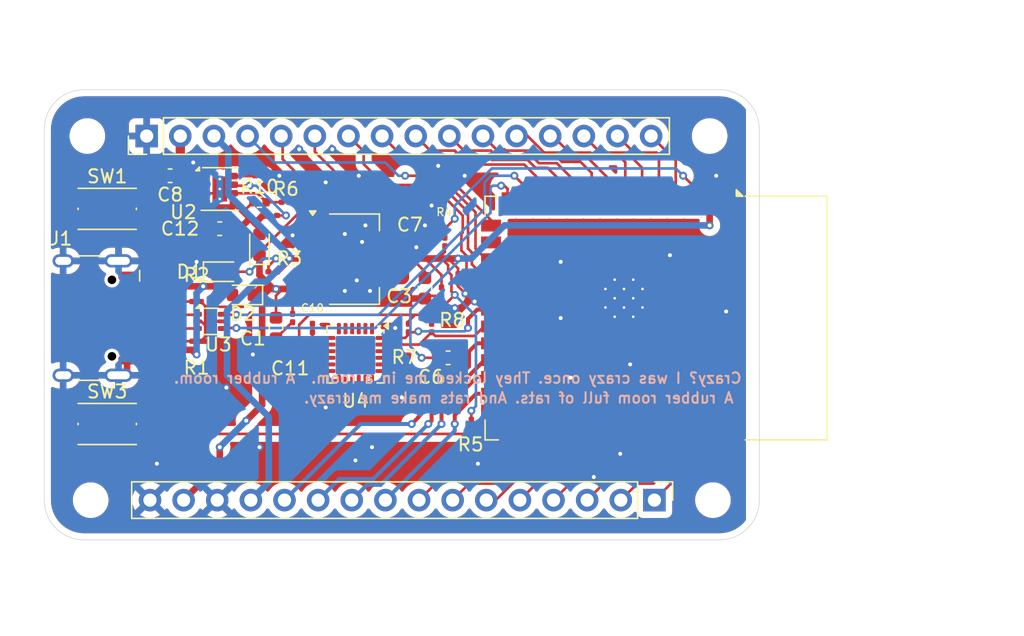
<source format=kicad_pcb>
(kicad_pcb (version 20241229) (generator "pcbnew") (generator_version "9.0")
  (layers (0 "F.Cu" signal) (2 "B.Cu" signal) (13 "F.Paste" user) (15 "B.Paste" user) (5 "F.SilkS" user "F.Silkscreen") (7 "B.SilkS" user "B.Silkscreen") (1 "F.Mask" user) (3 "B.Mask" user) (25 "Edge.Cuts" user))
  (net 0 "")
  (net 1 "GND")
  (net 2 "5v-Ext")
  (net 3 "+3V3")
  (net 4 "CHIP_PU")
  (net 5 "GPIO0")
  (net 6 "Net-(D1-A)")
  (net 7 "Net-(D2-A)")
  (net 8 "Net-(J1-D--PadA7)")
  (net 9 "Net-(J1-D+-PadA6)")
  (net 10 "Net-(J1-CC2)")
  (net 11 "Net-(J1-CC1)")
  (net 12 "IO9")
  (net 13 "TXD0")
  (net 14 "RXD0")
  (net 15 "IO7")
  (net 16 "IO8")
  (net 17 "IO10")
  (net 18 "SDA")
  (net 19 "SCL")
  (net 24 "D+")
  (net 25 "IO11")
  (net 28 "IO16")
  (net 29 "IO15")
  (net 30 "D-")
  (net 50 "IO6")
  (net 51 "IO4")
  (net 52 "IO18")
  (net 53 "IO17")
  (net 54 "IO5")
  (net 55 "IO3")
  (net 56 "IO1")
  (net 57 "IO2")
  (net 58 "IO37")
  (net 59 "IO21")
  (net 60 "IO14")
  (net 61 "IO38")
  (net 62 "IO36")
  (net 63 "IO35")
  (net 64 "IO48")
  (net 65 "IO47")
  (net 66 "15v-Ext")
  (net 67 "Net-(U2-FB)")
  (net 68 "Net-(U2-PG)")
  (net 69 "Net-(U2-SS{slash}TR)")
  (net 70 "Net-(D3-A)")
  (footprint "Diode_SMD:D_0603_1608Metric" (layer "F.Cu") (at 102.25 116.7125 90)
    (property "Reference" "D3" (hide yes))
    (property "Value" "D_Schottky")
  )
  (footprint "Package_LGA:Texas_SIL0008D_MicroSiP-8-1EP_2.8x3mm_P0.65mm_EP1.1x1.9mm_ThermalVias" (layer "F.Cu") (at 99.25 112.5)
    (property "Reference" "U2")
    (property "Value" "TPS82130")
  )
  (footprint "Connector_PinHeader_2.54mm:PinHeader_1x16_P2.54mm_Vertical" (layer "F.Cu") (at 132.08 136 -90)
    (property "Reference" "J3" (hide yes))
    (property "Value" "Conn_01x16")
  )
  (footprint "Capacitor_SMD:C_0603_1608Metric" (layer "F.Cu") (at 99.25 115.5 180)
    (property "Reference" "C12")
    (property "Value" "22uf")
  )
  (footprint "Capacitor_SMD:C_0201_0603Metric" (layer "F.Cu") (at 117.25 119.25 -90)
    (property "Reference" "C5" (hide yes))
    (property "Value" "0u1f")
  )
  (footprint "Button_Switch_SMD:SW_Push_1P1T_NO_CK_KMR2" (layer "F.Cu") (at 90.75 114)
    (property "Reference" "SW1")
    (property "Value" "SW_Push")
  )
  (footprint "Capacitor_SMD:C_0603_1608Metric" (layer "F.Cu") (at 103.5 123 -90)
    (property "Reference" "C1")
    (property "Value" "10uf")
  )
  (footprint "Capacitor_SMD:C_0603_1608Metric" (layer "F.Cu") (at 95.5 111.5 180)
    (property "Reference" "C8")
    (property "Value" "10uf")
  )
  (footprint "Connector_PinHeader_2.54mm:PinHeader_1x16_P2.54mm_Vertical" (layer "F.Cu") (at 93.73 108.5 90)
    (property "Reference" "J2" (hide yes))
    (property "Value" "Conn_01x16")
  )
  (footprint "Resistor_SMD:R_0201_0603Metric" (layer "F.Cu") (at 116.25 116.5 90)
    (property "Reference" "R4")
    (property "Value" "10k")
  )
  (footprint "Capacitor_SMD:C_0603_1608Metric" (layer "F.Cu") (at 114.75 120 -90)
    (property "Reference" "C4" (hide yes))
    (property "Value" "10uf")
  )
  (footprint "Resistor_SMD:R_0201_0603Metric" (layer "F.Cu") (at 103.25 118.75 180)
    (property "Reference" "R3")
    (property "Value" "5.1k")
  )
  (footprint "Capacitor_SMD:C_0201_0603Metric" (layer "F.Cu") (at 104.75 122.25 -90)
    (property "Reference" "C2" (hide yes))
    (property "Value" "0u1f")
  )
  (footprint "RF_Module:ESP32-S3-WROOM-1" (layer "F.Cu") (at 132.24 122.25 -90)
    (property "Reference" "U1" (hide yes))
    (property "Value" "ESP32-S3-WROOM-1")
  )
  (footprint "Capacitor_SMD:C_0201_0603Metric" (layer "F.Cu") (at 106.25 123 90)
    (property "Reference" "C10")
    (property "Value" "0u1f")
  )
  (footprint "Resistor_SMD:R_0201_0603Metric" (layer "F.Cu") (at 113.5 123 -90)
    (property "Reference" "R7")
    (property "Value" "4.7k")
  )
  (footprint "Resistor_SMD:R_0201_0603Metric" (layer "F.Cu") (at 104.25 113.5)
    (property "Reference" "R6")
    (property "Value" "100k")
  )
  (footprint "Resistor_SMD:R_0201_0603Metric" (layer "F.Cu") (at 97.5 124)
    (property "Reference" "R1")
    (property "Value" "5k1")
  )
  (footprint "Package_TO_SOT_SMD:SOT-666" (layer "F.Cu") (at 98.5 122.5)
    (property "Reference" "U3")
    (property "Value" "USBLC6-2P6" (hide yes))
  )
  (footprint "Resistor_SMD:R_0201_0603Metric" (layer "F.Cu") (at 97.5 121)
    (property "Reference" "R2")
    (property "Value" "5k1")
  )
  (footprint "Package_TO_SOT_SMD:SOT-223-3_TabPin2" (layer "F.Cu") (at 109.4 117.8)
    (property "Reference" "U5" (hide yes))
    (property "Value" "TLV76133DCY")
  )
  (footprint "MountingHole:MountingHole_2.2mm_M2" (layer "F.Cu") (at 89.25 108.5)
    (property "Reference" "H4" (hide yes))
    (property "Value" "MountingHole")
  )
  (footprint "Connector_USB:USB_C_Receptacle_HCTL_HC-TYPE-C-16P-01A" (layer "F.Cu") (at 88.5 122.25 -90)
    (property "Reference" "J1")
    (property "Value" "USB_C_Receptacle_USB2.0_14P")
  )
  (footprint "Sensor_Motion:InvenSense_QFN-24_4x4mm_P0.5mm" (layer "F.Cu") (at 109.5 125 -90)
    (property "Reference" "U4")
    (property "Value" "MPU-6050")
  )
  (footprint "Resistor_SMD:R_0402_1005Metric" (layer "F.Cu") (at 102.25 113.5)
    (property "Reference" "R10")
    (property "Value" "523k")
  )
  (footprint "Button_Switch_SMD:SW_Push_1P1T_NO_CK_KMR2" (layer "F.Cu") (at 90.75 130.25)
    (property "Reference" "SW3")
    (property "Value" "SW_Push")
  )
  (footprint "MountingHole:MountingHole_2.2mm_M2" (layer "F.Cu") (at 89.5 136)
    (property "Reference" "H2" (hide yes))
    (property "Value" "MountingHole")
  )
  (footprint "MountingHole:MountingHole_2.2mm_M2" (layer "F.Cu") (at 136.25 108.5)
    (property "Reference" "H3" (hide yes))
    (property "Value" "MountingHole")
  )
  (footprint "Capacitor_SMD:C_0201_0603Metric" (layer "F.Cu") (at 116 120.25 -90)
    (property "Reference" "C3")
    (property "Value" "0u1f")
  )
  (footprint "Capacitor_SMD:C_0603_1608Metric" (layer "F.Cu") (at 116.5 125.25)
    (property "Reference" "C6")
    (property "Value" "10uf")
  )
  (footprint "Resistor_SMD:R_0201_0603Metric" (layer "F.Cu") (at 118.25 130.25 -90)
    (property "Reference" "R5")
    (property "Value" "10k")
  )
  (footprint "Diode_SMD:D_0603_1608Metric" (layer "F.Cu") (at 101 120.5 180)
    (property "Reference" "D2")
    (property "Value" "D_Schottky")
  )
  (footprint "Capacitor_SMD:C_0201_0603Metric" (layer "F.Cu") (at 104.57 125 180)
    (property "Reference" "C11")
    (property "Value" "10nf")
  )
  (footprint "Capacitor_SMD:C_0201_0603Metric" (layer "F.Cu") (at 102.25 111.5)
    (property "Reference" "C9" (hide yes))
    (property "Value" "3.3nf")
  )
  (footprint "LED_SMD:LED_0603_1608Metric" (layer "F.Cu") (at 99.5 118.75)
    (property "Reference" "D1")
    (property "Value" "LED")
  )
  (footprint "Resistor_SMD:R_0201_0603Metric" (layer "F.Cu") (at 103.25 114.5)
    (property "Reference" "R9" (hide yes))
    (property "Value" "100k")
  )
  (footprint "Resistor_SMD:R_0201_0603Metric" (layer "F.Cu") (at 115.25 123 -90)
    (property "Reference" "R8")
    (property "Value" "4.7k")
  )
  (footprint "MountingHole:MountingHole_2.2mm_M2" (layer "F.Cu") (at 136.5 136)
    (property "Reference" "H1" (hide yes))
    (property "Value" "MountingHole")
  )
  (footprint "Capacitor_SMD:C_0201_0603Metric" (layer "F.Cu") (at 114.75 116.5 -90)
    (property "Reference" "C7")
    (property "Value" "1uf")
  )
  (gr_arc (start 89 139) (mid 86.87868 138.12132) (end 86 136) (stroke (width 0.05)) (layer "Edge.Cuts"))
  (gr_line (start 89 105) (end 137 105) (stroke (width 0.05)) (layer "Edge.Cuts"))
  (gr_arc (start 137 105) (mid 139.12132 105.87868) (end 140 108) (stroke (width 0.05)) (layer "Edge.Cuts"))
  (gr_arc (start 86 108) (mid 86.87868 105.87868) (end 89 105) (stroke (width 0.05)) (layer "Edge.Cuts"))
  (gr_line (start 86 136) (end 86 108) (stroke (width 0.05)) (layer "Edge.Cuts"))
  (gr_line (start 140 108) (end 140 136) (stroke (width 0.05)) (layer "Edge.Cuts"))
  (gr_line (start 137 139) (end 89 139) (stroke (width 0.05)) (layer "Edge.Cuts"))
  (gr_arc (start 140 136) (mid 139.12132 138.12132) (end 137 139) (stroke (width 0.05)) (layer "Edge.Cuts"))
  (gr_text "Crazy? I was crazy once. They locked me in a room.  A rubber room." (at 138.75 127.25 0) (layer "B.SilkS") (effects (font (size 0.8 0.8) (thickness 0.15) (bold yes)) (justify left bottom mirror)))
  (gr_text " A rubber room full of rats. And rats make me crazy." (at 138.75 128.75 0) (layer "B.SilkS") (effects (font (size 0.8 0.8) (thickness 0.15) (bold yes)) (justify left bottom mirror)))
  (segment (start 104.705 122.57) (end 103.5 123.775) (width 0.2) (layer "F.Cu") (net 1))
  (segment (start 105 113.5) (end 105.5 113) (width 0.2) (layer "F.Cu") (net 1))
  (segment (start 117.25 119.57) (end 117.25 119.85) (width 0.2) (layer "F.Cu") (net 1))
  (segment (start 98.925 112.825) (end 99.25 112.5) (width 0.2) (layer "F.Cu") (net 1))
  (segment (start 117.25 119.85) (end 117.8 120.4) (width 0.2) (layer "F.Cu") (net 1))
  (segment (start 116 120.57) (end 114.955 120.57) (width 0.2) (layer "F.Cu") (net 1))
  (segment (start 97.852648 122.5) (end 98.151 122.798352) (width 0.2) (layer "F.Cu") (net 1))
  (segment (start 97.82 121) (end 98.151 121.331) (width 0.2) (layer "F.Cu") (net 1))
  (segment (start 98.151 121.331) (end 98.151 122.798352) (width 0.2) (layer "F.Cu") (net 1))
  (segment (start 114.18 116.82) (end 114.1 116.9) (width 0.2) (layer "F.Cu") (net 1))
  (segment (start 114.955 120.57) (end 114.75 120.775) (width 0.2) (layer "F.Cu") (net 1))
  (segment (start 110.75 126.95) (end 110.75 128.25) (width 0.2) (layer "F.Cu") (net 1))
  (segment (start 98.151 122.798352) (end 98.151 123.669) (width 0.2) (layer "F.Cu") (net 1))
  (segment (start 98.1875 112.825) (end 98.925 112.825) (width 0.2) (layer "F.Cu") (net 1))
  (segment (start 117.275 125.25) (end 117.275 125.475) (width 0.2) (layer "F.Cu") (net 1))
  (segment (start 98.1875 112.825) (end 97.175 112.825) (width 0.2) (layer "F.Cu") (net 1))
  (segment (start 114.75 116.82) (end 114.18 116.82) (width 0.2) (layer "F.Cu") (net 1))
  (segment (start 98.151 123.669) (end 97.82 124) (width 0.2) (layer "F.Cu") (net 1))
  (segment (start 117.275 125.475) (end 116.25 126.5) (width 0.2) (layer "F.Cu") (net 1))
  (segment (start 97.575 122.5) (end 97.852648 122.5) (width 0.2) (layer "F.Cu") (net 1))
  (segment (start 104.57 113.5) (end 105 113.5) (width 0.2) (layer "F.Cu") (net 1))
  (segment (start 104.75 122.57) (end 104.705 122.57) (width 0.2) (layer "F.Cu") (net 1))
  (segment (start 97.175 112.825) (end 96.75 113.25) (width 0.2) (layer "F.Cu") (net 1))
  (via (at 109.5 133) (size 0.6) (drill 0.3) (layers "F.Cu" "B.Cu") (net 1))
  (via (at 109.6 119.4) (size 0.6) (drill 0.3) (layers "F.Cu" "B.Cu") (net 1))
  (via (at 137.5 121.75) (size 0.6) (drill 0.3) (layers "F.Cu" "B.Cu") (net 1))
  (via (at 108.7 115.9) (size 0.6) (drill 0.3) (layers "F.Cu" "B.Cu") (net 1))
  (via (at 118.5 121) (size 0.6) (drill 0.3) (layers "F.Cu" "B.Cu") (net 1))
  (via (at 109.75 111.5) (size 0.6) (drill 0.3) (layers "F.Cu" "B.Cu") (net 1))
  (via (at 114.75 115.25) (size 0.6) (drill 0.3) (layers "F.Cu" "B.Cu") (net 1))
  (via (at 115.25 113.75) (size 0.6) (drill 0.3) (layers "F.Cu" "B.Cu") (net 1))
  (via (at 104.75 116) (size 0.6) (drill 0.3) (layers "F.Cu" "B.Cu") (net 1))
  (via (at 130.25 125.75) (size 0.6) (drill 0.3) (layers "F.Cu" "B.Cu") (net 1))
  (via (at 125 122.25) (size 0.6) (drill 0.3) (layers "F.Cu" "B.Cu") (net 1))
  (via (at 110.75 132) (size 0.6) (drill 0.3) (layers "F.Cu" "B.Cu") (net 1))
  (via (at 114.1 116.9) (size 0.6) (drill 0.3) (layers "F.Cu" "B.Cu") (net 1))
  (via (at 125 118) (size 0.6) (drill 0.3) (layers "F.Cu" "B.Cu") (net 1))
  (via (at 110.25 115.25) (size 0.6) (drill 0.3) (layers "F.Cu" "B.Cu") (net 1))
  (via (at 102.25 132) (size 0.6) (drill 0.3) (layers "F.Cu" "B.Cu") (net 1))
  (via (at 108.7 120.2) (size 0.6) (drill 0.3) (layers "F.Cu" "B.Cu") (net 1))
  (via (at 94.5 133.25) (size 0.6) (drill 0.3) (layers "F.Cu" "B.Cu") (net 1))
  (via (at 129.5 132.5) (size 0.6) (drill 0.3) (layers "F.Cu" "B.Cu") (net 1))
  (via (at 115.75 110.75) (size 0.6) (drill 0.3) (layers "F.Cu" "B.Cu") (net 1))
  (via (at 117 121.5) (size 0.6) (drill 0.3) (layers "F.Cu" "B.Cu") (net 1))
  (via (at 125.75 126.75) (size 0.6) (drill 0.3) (layers "F.Cu" "B.Cu") (net 1))
  (via (at 101.75 125) (size 0.6) (drill 0.3) (layers "F.Cu" "B.Cu") (net 1))
  (via (at 97.5 118) (size 0.6) (drill 0.3) (layers "F.Cu" "B.Cu") (net 1))
  (via (at 133.25 117.5) (size 0.6) (drill 0.3) (layers "F.Cu" "B.Cu") (net 1))
  (via (at 105.25 109.5) (size 0.6) (drill 0.3) (layers "F.Cu" "B.Cu") (net 1))
  (via (at 118.75 133.25) (size 0.6) (drill 0.3) (layers "F.Cu" "B.Cu") (net 1))
  (via (at 97.25 110.5) (size 0.6) (drill 0.3) (layers "F.Cu" "B.Cu") (net 1))
  (via (at 99.75 127.5) (size 0.6) (drill 0.3) (layers "F.Cu" "B.Cu") (net 1))
  (via (at 113 128.25) (size 0.6) (drill 0.3) (layers "F.Cu" "B.Cu") (net 1))
  (via (at 110 116.5) (size 0.6) (drill 0.3) (layers "F.Cu" "B.Cu") (net 1))
  (via (at 103.75 111.5) (size 0.6) (drill 0.3) (layers "F.Cu" "B.Cu") (net 1))
  (via (at 107.75 109.5) (size 0.6) (drill 0.3) (layers "F.Cu" "B.Cu") (net 1))
  (via (at 117.75 111.5) (size 0.6) (drill 0.3) (layers "F.Cu" "B.Cu") (net 1))
  (via (at 107.25 112) (size 0.6) (drill 0.3) (layers "F.Cu" "B.Cu") (net 1))
  (via (at 112.5 123) (size 0.6) (drill 0.3) (layers "F.Cu" "B.Cu") (net 1))
  (via (at 107.25 129) (size 0.6) (drill 0.3) (layers "F.Cu" "B.Cu") (net 1))
  (via (at 117.8 120.4) (size 0.6) (drill 0.3) (layers "F.Cu" "B.Cu") (net 1))
  (via (at 136.75 111.5) (size 0.6) (drill 0.3) (layers "F.Cu" "B.Cu") (net 1))
  (via (at 127.5 134.25) (size 0.6) (drill 0.3) (layers "F.Cu" "B.Cu") (net 1))
  (via (at 110.6 120.2) (size 0.6) (drill 0.3) (layers "F.Cu" "B.Cu") (net 1))
  (segment (start 104.75 120.55) (end 104.25 120.05) (width 0.2) (layer "F.Cu") (net 2))
  (segment (start 99.102642 121.399) (end 101.001 121.399) (width 0.2) (layer "F.Cu") (net 2))
  (segment (start 104.75 121.93) (end 104.75 120.55) (width 0.2) (layer "F.Cu") (net 2))
  (segment (start 102.451 128.799) (end 101.25 130) (width 0.5) (layer "F.Cu") (net 2))
  (segment (start 99.25 133.27) (end 96.52 136) (width 0.5) (layer "F.Cu") (net 2))
  (segment (start 103.5 120.55) (end 104 120.05) (width 0.2) (layer "F.Cu") (net 2))
  (segment (start 102.25 117.5) (end 102.25 119.011292) (width 0.5) (layer "F.Cu") (net 2))
  (segment (start 102.25 119.011292) (end 103.288708 120.05) (width 0.5) (layer "F.Cu") (net 2))
  (segment (start 102.2375 120.05) (end 101.7875 120.5) (width 0.5) (layer "F.Cu") (net 2))
  (segment (start 99.25 132) (end 99.25 133.27) (width 0.5) (layer "F.Cu") (net 2))
  (segment (start 104.75 120.05) (end 104.25 120.05) (width 0.5) (layer "F.Cu") (net 2))
  (segment (start 104.25 120.05) (end 104 120.05) (width 0.5) (layer "F.Cu") (net 2))
  (segment (start 106.1 120.05) (end 104.75 120.05) (width 0.5) (layer "F.Cu") (net 2))
  (segment (start 99.076642 122.5) (end 98.799 122.222358) (width 0.2) (layer "F.Cu") (net 2))
  (segment (start 99.425 122.5) (end 99.076642 122.5) (width 0.2) (layer "F.Cu") (net 2))
  (segment (start 104 120.05) (end 103.5 120.05) (width 0.5) (layer "F.Cu") (net 2))
  (segment (start 98.799 122.222358) (end 98.799 121.702642) (width 0.2) (layer "F.Cu") (net 2))
  (segment (start 103.5 120.05) (end 103 120.05) (width 0.5) (layer "F.Cu") (net 2))
  (segment (start 103.288708 120.05) (end 103.5 120.05) (width 0.5) (layer "F.Cu") (net 2))
  (segment (start 103.5 122.225) (end 103.5 120.55) (width 0.2) (layer "F.Cu") (net 2))
  (segment (start 102.451 120.599) (end 102.451 128.799) (width 0.5) (layer "F.Cu") (net 2))
  (segment (start 103 120.05) (end 102.451 120.599) (width 0.5) (layer "F.Cu") (net 2))
  (segment (start 103 120.05) (end 102.2375 120.05) (width 0.5) (layer "F.Cu") (net 2))
  (segment (start 98.799 121.702642) (end 99.102642 121.399) (width 0.2) (layer "F.Cu") (net 2))
  (via (at 101.25 130) (size 0.6) (drill 0.3) (layers "F.Cu" "B.Cu") (net 2))
  (via (at 103.5 120.05) (size 0.6) (drill 0.3) (layers "F.Cu" "B.Cu") (net 2))
  (via (at 99.25 132) (size 0.6) (drill 0.3) (layers "F.Cu" "B.Cu") (net 2))
  (segment (start 101.25 130) (end 99.25 132) (width 0.5) (layer "B.Cu") (net 2))
  (segment (start 113.5 117.75) (end 114.25 117.75) (width 0.5) (layer "F.Cu") (net 3))
  (segment (start 106.2 117.75) (end 106.25 117.8) (width 0.5) (layer "F.Cu") (net 3))
  (segment (start 107.291176 126.95) (end 108.25 126.95) (width 0.2) (layer "F.Cu") (net 3))
  (segment (start 116.5 118.25) (end 116 117.75) (width 0.2) (layer "F.Cu") (net 3))
  (segment (start 113.5 122.68) (end 113.5 122.5) (width 0.2) (layer "F.Cu") (net 3))
  (segment (start 104.5 117.75) (end 106.2 117.75) (width 0.5) (layer "F.Cu") (net 3))
  (segment (start 113.75 117.75) (end 113.5 117.75) (width 0.2) (layer "F.Cu") (net 3))
  (segment (start 105.75 124.25) (end 106.25 124.25) (width 0.2) (layer "F.Cu") (net 3))
  (segment (start 116.75 119) (end 116.75 120.25) (width 0.2) (layer "F.Cu") (net 3))
  (segment (start 105.75 124.25) (end 105.75 125.408824) (width 0.2) (layer "F.Cu") (net 3))
  (segment (start 106.25 124.25) (end 107.55 124.25) (width 0.2) (layer "F.Cu") (net 3))
  (segment (start 116.5 117.75) (end 117 117.75) (width 0.5) (layer "F.Cu") (net 3))
  (segment (start 116 119.93) (end 116 119) (width 0.2) (layer "F.Cu") (net 3))
  (segment (start 105.75 125.408824) (end 106.295588 125.954412) (width 0.2) (layer "F.Cu") (net 3))
  (segment (start 104.5 117.82) (end 103.57 118.75) (width 0.5) (layer "F.Cu") (net 3))
  (segment (start 116 119) (end 114.75 117.75) (width 0.2) (layer "F.Cu") (net 3))
  (segment (start 116.25 117.25) (end 115.75 117.75) (width 0.2) (layer "F.Cu") (net 3))
  (segment (start 114.75 118.75) (end 113.75 117.75) (width 0.2) (layer "F.Cu") (net 3))
  (segment (start 115.5 117.75) (end 115.75 117.75) (width 0.5) (layer "F.Cu") (net 3))
  (segment (start 116.5 118.75) (end 116.5 118.25) (width 0.2) (layer "F.Cu") (net 3))
  (segment (start 104.89 125) (end 105.341176 125) (width 0.2) (layer "F.Cu") (net 3))
  (segment (start 117.25 118.5) (end 116.5 117.75) (width 0.2) (layer "F.Cu") (net 3))
  (segment (start 116 117.75) (end 115.75 117.75) (width 0.2) (layer "F.Cu") (net 3))
  (segment (start 115.75 117.75) (end 116.5 117.75) (width 0.5) (layer "F.Cu") (net 3))
  (segment (start 114.25 117.75) (end 114.75 117.75) (width 0.5) (layer "F.Cu") (net 3))
  (segment (start 115.5 122) (end 114 122) (width 0.2) (layer "F.Cu") (net 3))
  (segment (start 136.25 115.25) (end 136.25 113.52) (width 0.5) (layer "F.Cu") (net 3))
  (segment (start 115.25 122.68) (end 115.25 122.25) (width 0.2) (layer "F.Cu") (net 3))
  (segment (start 117 117.75) (end 117.25 117.75) (width 0.5) (layer "F.Cu") (net 3))
  (segment (start 136.25 113.52) (end 136.23 113.5) (width 0.5) (layer "F.Cu") (net 3))
  (segment (start 113.5 122.5) (end 114 122) (width 0.2) (layer "F.Cu") (net 3))
  (segment (start 106 122) (end 105.25 122.75) (width 0.2) (layer "F.Cu") (net 3))
  (segment (start 104.5 117.75) (end 104.5 117.82) (width 0.5) (layer "F.Cu") (net 3))
  (segment (start 106.25 123.39) (end 106.25 124.25) (width 0.2) (layer "F.Cu") (net 3))
  (segment (start 116.75 120.25) (end 117 120.5) (width 0.2) (layer "F.Cu") (net 3))
  (segment (start 105.25 122.75) (end 105.25 123.75) (width 0.2) (layer "F.Cu") (net 3))
  (segment (start 115.25 122.25) (end 115.5 122) (width 0.2) (layer "F.Cu") (net 3))
  (segment (start 115.5 122) (end 117 120.5) (width 0.2) (layer "F.Cu") (net 3))
  (segment (start 114.75 117.75) (end 115.5 117.75) (width 0.5) (layer "F.Cu") (net 3))
  (segment (start 118.25 129.25) (end 118.25 129.93) (width 0.2) (layer "F.Cu") (net 3))
  (segment (start 115.725 125.25) (end 114.5 125.25) (width 0.2) (layer "F.Cu") (net 3))
  (segment (start 116.5 118.75) (end 116.75 119) (width 0.2) (layer "F.Cu") (net 3))
  (segment (start 105.25 123.75) (end 105.75 124.25) (width 0.2) (layer "F.Cu") (net 3))
  (segment (start 112.4 117.75) (end 106.1 117.75) (width 0.5) (layer "F.Cu") (net 3))
  (segment (start 116.25 116.82) (end 116.25 117.25) (width 0.2) (layer "F.Cu") (net 3))
  (segment (start 117.25 118.93) (end 117.25 118.5) (width 0.2) (layer "F.Cu") (net 3))
  (segment (start 112.4 117.75) (end 113.5 117.75) (width 0.5) (layer "F.Cu") (net 3))
  (segment (start 114.75 119.225) (end 114.75 118.75) (width 0.2) (layer "F.Cu") (net 3))
  (segment (start 105.341176 125) (end 105.75 125.408824) (width 0.2) (layer "F.Cu") (net 3))
  (segment (start 114 122) (end 106 122) (width 0.2) (layer "F.Cu") (net 3))
  (segment (start 106.295588 125.954412) (end 107.291176 126.95) (width 0.2) (layer "F.Cu") (net 3))
  (via (at 118.25 129.25) (size 0.6) (drill 0.3) (layers "F.Cu" "B.Cu") (net 3))
  (via (at 117 120.5) (size 0.6) (drill 0.3) (layers "F.Cu" "B.Cu") (net 3))
  (via (at 104.5 117.75) (size 0.6) (drill 0.3) (layers "F.Cu" "B.Cu") (net 3))
  (via (at 114.5 125.25) (size 0.6) (drill 0.3) (layers "F.Cu" "B.Cu") (net 3))
  (via (at 136.25 115.25) (size 0.6) (drill 0.3) (layers "F.Cu" "B.Cu") (net 3))
  (via (at 117.25 117.75) (size 0.6) (drill 0.3) (layers "F.Cu" "B.Cu") (net 3))
  (segment (start 117 120.5) (end 118.601 122.101) (width 0.2) (layer "B.Cu") (net 3))
  (segment (start 102.008636 119.5) (end 99.799 121.709636) (width 0.5) (layer "B.Cu") (net 3))
  (segment (start 99.799 126.557636) (end 102.951 129.709636) (width 0.5) (layer "B.Cu") (net 3))
  (segment (start 104.5 117.75) (end 102.75 119.5) (width 0.5) (layer "B.Cu") (net 3))
  (segment (start 118.601 128.899) (end 118.25 129.25) (width 0.2) (layer "B.Cu") (net 3))
  (segment (start 113.649 121.601) (end 113.649 124.399) (width 0.2) (layer "B.Cu") (net 3))
  (segment (start 118.601 122.101) (end 118.601 128.899) (width 0.2) (layer "B.Cu") (net 3))
  (segment (start 99.901 112.909636) (end 104.5 117.508636) (width 0.5) (layer "B.Cu") (net 3))
  (segment (start 117.5 117.75) (end 113.649 121.601) (width 0.2) (layer "B.Cu") (net 3))
  (segment (start 113.649 124.399) (end 114.5 125.25) (width 0.2) (layer "B.Cu") (net 3))
  (segment (start 99.799 121.709636) (end 99.799 126.557636) (width 0.5) (layer "B.Cu") (net 3))
  (segment (start 117.25 117.75) (end 117.5 117.75) (width 0.5) (layer "B.Cu") (net 3))
  (segment (start 104.5 117.508636) (end 104.5 117.75) (width 0.5) (layer "B.Cu") (net 3))
  (segment (start 102.951 129.709636) (end 102.951 134.649) (width 0.5) (layer "B.Cu") (net 3))
  (segment (start 99.901 109.591) (end 99.901 112.909636) (width 0.5) (layer "B.Cu") (net 3))
  (segment (start 102.75 119.5) (end 102.008636 119.5) (width 0.5) (layer "B.Cu") (net 3))
  (segment (start 120.75 115.25) (end 136.25 115.25) (width 0.5) (layer "B.Cu") (net 3))
  (segment (start 102.951 134.649) (end 101.6 136) (width 0.5) (layer "B.Cu") (net 3))
  (segment (start 117.5 117.75) (end 118.25 117.75) (width 0.5) (layer "B.Cu") (net 3))
  (segment (start 118.25 117.75) (end 120.75 115.25) (width 0.5) (layer "B.Cu") (net 3))
  (segment (start 98.81 108.5) (end 99.901 109.591) (width 0.5) (layer "B.Cu") (net 3))
  (segment (start 116.07 115.5) (end 116.25 115.68) (width 0.2) (layer "F.Cu") (net 4))
  (segment (start 114.25 113.68) (end 105.849232 113.68) (width 0.2) (layer "F.Cu") (net 4))
  (segment (start 105.849232 113.68) (end 102.728232 116.801) (width 0.2) (layer "F.Cu") (net 4))
  (segment (start 102.728232 116.801) (end 94.801 116.801) (width 0.2) (layer "F.Cu") (net 4))
  (segment (start 115.5 115.5) (end 116.07 115.5) (width 0.2) (layer "F.Cu") (net 4))
  (segment (start 114.75 116.18) (end 114.82 116.18) (width 0.2) (layer "F.Cu") (net 4))
  (segment (start 116.25 116.18) (end 116.25 115.68) (width 0.2) (layer "F.Cu") (net 4))
  (segment (start 116.25 115.68) (end 116.25 115.5) (width 0.2) (layer "F.Cu") (net 4))
  (segment (start 92.8 114.8) (end 88.7 114.8) (width 0.2) (layer "F.Cu") (net 4))
  (segment (start 116.25 115.68) (end 114.25 113.68) (width 0.2) (layer "F.Cu") (net 4))
  (segment (start 134.96 112.21) (end 134.96 113.5) (width 0.2) (layer "F.Cu") (net 4))
  (segment (start 134.25 111.5) (end 134.96 112.21) (width 0.2) (layer "F.Cu") (net 4))
  (segment (start 94.801 116.801) (end 92.8 114.8) (width 0.2) (layer "F.Cu") (net 4))
  (segment (start 114.82 116.18) (end 115.5 115.5) (width 0.2) (layer "F.Cu") (net 4))
  (segment (start 116.25 115.5) (end 117 114.75) (width 0.2) (layer "F.Cu") (net 4))
  (via (at 117 114.75) (size 0.6) (drill 0.3) (layers "F.Cu" "B.Cu") (net 4))
  (via (at 134.25 111.5) (size 0.6) (drill 0.3) (layers "F.Cu" "B.Cu") (net 4))
  (segment (start 119.801 110.949) (end 133.699 110.949) (width 0.2) (layer "B.Cu") (net 4))
  (segment (start 118.25 112.5) (end 119.801 110.949) (width 0.2) (layer "B.Cu") (net 4))
  (segment (start 117 113.75) (end 117 114.75) (width 0.2) (layer "B.Cu") (net 4))
  (segment (start 118.25 112.5) (end 117 113.75) (width 0.2) (layer "B.Cu") (net 4))
  (segment (start 133.699 110.949) (end 134.25 111.5) (width 0.2) (layer "B.Cu") (net 4))
  (segment (start 96.8 131.3) (end 92.7 131.3) (width 0.2) (layer "F.Cu") (net 5))
  (segment (start 99 131) (end 98.5 131) (width 0.2) (layer "F.Cu") (net 5))
  (segment (start 98.5 131) (end 98.2 131.3) (width 0.2) (layer "F.Cu") (net 5))
  (segment (start 120.99 131) (end 118.25 131) (width 0.2) (layer "F.Cu") (net 5))
  (segment (start 118.25 131) (end 99 131) (width 0.2) (layer "F.Cu") (net 5))
  (segment (start 92.8 131.05) (end 88.7 131.05) (width 0.2) (layer "F.Cu") (net 5))
  (segment (start 98.2 131.3) (end 96.8 131.3) (width 0.2) (layer "F.Cu") (net 5))
  (segment (start 102.93 118.75) (end 102.93 118.32) (width 0.2) (layer "F.Cu") (net 6))
  (segment (start 102.93 118.32) (end 103.5 117.75) (width 0.2) (layer "F.Cu") (net 6))
  (segment (start 101.5 118.75) (end 100.2875 118.75) (width 0.2) (layer "F.Cu") (net 6))
  (via (at 101.5 118.75) (size 0.6) (drill 0.3) (layers "F.Cu" "B.Cu") (net 6))
  (via (at 103.5 117.75) (size 0.6) (drill 0.3) (layers "F.Cu" "B.Cu") (net 6))
  (segment (start 102.5 117.75) (end 101.5 118.75) (width 0.2) (layer "B.Cu") (net 6))
  (segment (start 103.5 117.75) (end 102.5 117.75) (width 0.2) (layer "B.Cu") (net 6))
  (segment (start 97.15 124.65) (end 92.245 124.65) (width 0.5) (layer "F.Cu") (net 7))
  (segment (start 98 119.85) (end 92.245 119.85) (width 0.5) (layer "F.Cu") (net 7))
  (segment (start 98 119.85) (end 99.5625 119.85) (width 0.5) (layer "F.Cu") (net 7))
  (segment (start 97.5 125) (end 97.15 124.65) (width 0.5) (layer "F.Cu") (net 7))
  (segment (start 99.5625 119.85) (end 100.2125 120.5) (width 0.5) (layer "F.Cu") (net 7))
  (via (at 98 119.85) (size 0.6) (drill 0.3) (layers "F.Cu" "B.Cu") (net 7))
  (via (at 97.5 125) (size 0.6) (drill 0.3) (layers "F.Cu" "B.Cu") (net 7))
  (segment (start 97.5 120.35) (end 98 119.85) (width 0.5) (layer "B.Cu") (net 7))
  (segment (start 97.5 125) (end 97.5 120.35) (width 0.5) (layer "B.Cu") (net 7))
  (segment (start 96 122.5) (end 92.245 122.5) (width 0.2) (layer "F.Cu") (net 8))
  (segment (start 96.5 122) (end 97.6125 122) (width 0.2) (layer "F.Cu") (net 8))
  (segment (start 97.6125 122) (end 97.65 121.9625) (width 0.2) (layer "F.Cu") (net 8))
  (segment (start 96.5 122) (end 96 121.5) (width 0.2) (layer "F.Cu") (net 8))
  (segment (start 96 121.5) (end 92.245 121.5) (width 0.2) (layer "F.Cu") (net 8))
  (segment (start 96.5 122) (end 96 122.5) (width 0.2) (layer "F.Cu") (net 8))
  (segment (start 95.245 123) (end 92.245 123) (width 0.2) (layer "F.Cu") (net 9))
  (segment (start 95.2825 123.0375) (end 95.245 123) (width 0.2) (layer "F.Cu") (net 9))
  (segment (start 91.344 122.251001) (end 91.595001 122) (width 0.2) (layer "F.Cu") (net 9))
  (segment (start 91.344 122.712112) (end 91.344 122.251001) (width 0.2) (layer "F.Cu") (net 9))
  (segment (start 97.65 123.0375) (end 96.25 123.0375) (width 0.2) (layer "F.Cu") (net 9))
  (segment (start 92.245 123) (end 91.631888 123) (width 0.2) (layer "F.Cu") (net 9))
  (segment (start 91.631888 123) (end 91.344 122.712112) (width 0.2) (layer "F.Cu") (net 9))
  (segment (start 91.595001 122) (end 92.245 122) (width 0.2) (layer "F.Cu") (net 9))
  (segment (start 96.25 123.0375) (end 95.2825 123.0375) (width 0.2) (layer "F.Cu") (net 9))
  (segment (start 97.18 124) (end 92.245 124) (width 0.2) (layer "F.Cu") (net 10))
  (segment (start 97.18 121) (end 92.245 121) (width 0.2) (layer "F.Cu") (net 11))
  (segment (start 116.5151 112.198) (end 111.698 112.198) (width 0.2) (layer "F.Cu") (net 12))
  (segment (start 119.3721 117.805) (end 118.5671 117) (width 0.2) (layer "F.Cu") (net 12))
  (segment (start 119.74 117.805) (end 119.3721 117.805) (width 0.2) (layer "F.Cu") (net 12))
  (segment (start 119.74 117.805) (end 119.208 117.805) (width 0.2) (layer "F.Cu") (net 12))
  (segment (start 118.5671 117) (end 118.5671 114.25) (width 0.2) (layer "F.Cu") (net 12))
  (segment (start 118.5671 114.25) (end 116.5151 112.198) (width 0.2) (layer "F.Cu") (net 12))
  (segment (start 110.12 109.65) (end 108.97 108.5) (width 0.2) (layer "F.Cu") (net 12))
  (segment (start 110.12 110.62) (end 110.12 109.65) (width 0.2) (layer "F.Cu") (net 12))
  (segment (start 111.698 112.198) (end 110.12 110.62) (width 0.2) (layer "F.Cu") (net 12))
  (segment (start 128.75 134.25) (end 127 136) (width 0.2) (layer "F.Cu") (net 13))
  (segment (start 133.69 131.3) (end 130.74 134.25) (width 0.2) (layer "F.Cu") (net 13))
  (segment (start 133.69 131) (end 133.69 131.3) (width 0.2) (layer "F.Cu") (net 13))
  (segment (start 130.74 134.25) (end 128.75 134.25) (width 0.2) (layer "F.Cu") (net 13))
  (segment (start 132.42 131) (end 132.42 131.3) (width 0.2) (layer "F.Cu") (net 14))
  (segment (start 126.99 133.47) (end 124.46 136) (width 0.2) (layer "F.Cu") (net 14))
  (segment (start 130.25 133.47) (end 126.99 133.47) (width 0.2) (layer "F.Cu") (net 14))
  (segment (start 132.42 131.3) (end 130.25 133.47) (width 0.2) (layer "F.Cu") (net 14))
  (segment (start 127.25 109.75) (end 125.656388 109.75) (width 0.2) (layer "F.Cu") (net 15))
  (segment (start 129.88 113.5) (end 129.88 110.481) (width 0.2) (layer "F.Cu") (net 15))
  (segment (start 129.88 110.481) (end 129.5 110.101) (width 0.2) (layer "F.Cu") (net 15))
  (segment (start 124.406388 108.5) (end 124.21 108.5) (width 0.2) (layer "F.Cu") (net 15))
  (segment (start 125.656388 109.75) (end 124.406388 108.5) (width 0.2) (layer "F.Cu") (net 15))
  (segment (start 129.5 110.101) (end 127.601 110.101) (width 0.2) (layer "F.Cu") (net 15))
  (segment (start 127.601 110.101) (end 127.25 109.75) (width 0.2) (layer "F.Cu") (net 15))
  (segment (start 112.962 109.952) (end 111.51 108.5) (width 0.2) (layer "F.Cu") (net 16))
  (segment (start 123.53 113.5) (end 123.53 111.934) (width 0.2) (layer "F.Cu") (net 16))
  (segment (start 123.53 111.934) (end 122.25 110.654) (width 0.2) (layer "F.Cu") (net 16))
  (segment (start 122.25 110.654) (end 117.556611 110.654) (width 0.2) (layer "F.Cu") (net 16))
  (segment (start 116.854612 109.952) (end 112.962 109.952) (width 0.2) (layer "F.Cu") (net 16))
  (segment (start 117.556611 110.654) (end 116.854612 109.952) (width 0.2) (layer "F.Cu") (net 16))
  (segment (start 119.74 119.075) (end 119.177057 119.075) (width 0.2) (layer "F.Cu") (net 17))
  (segment (start 119.177057 119.075) (end 118.288 118.185943) (width 0.2) (layer "F.Cu") (net 17))
  (segment (start 106.43 109.68) (end 106.43 108.5) (width 0.2) (layer "F.Cu") (net 17))
  (segment (start 118.002 116.998) (end 118.002 114.252) (width 0.2) (layer "F.Cu") (net 17))
  (segment (start 116.349 112.599) (end 109.349 112.599) (width 0.2) (layer "F.Cu") (net 17))
  (segment (start 118.288 117.288) (end 118 117) (width 0.2) (layer "F.Cu") (net 17))
  (segment (start 109.349 112.599) (end 106.43 109.68) (width 0.2) (layer "F.Cu") (net 17))
  (segment (start 118.288 118.185943) (end 118.288 117.288) (width 0.2) (layer "F.Cu") (net 17))
  (segment (start 118.002 114.252) (end 116.349 112.599) (width 0.2) (layer "F.Cu") (net 17))
  (segment (start 118 117) (end 118.002 116.998) (width 0.2) (layer "F.Cu") (net 17))
  (segment (start 113.5 123.32) (end 114.18 123.32) (width 0.2) (layer "F.Cu") (net 18))
  (segment (start 119.74 121.615) (end 118.69 121.615) (width 0.3) (layer "F.Cu") (net 18))
  (segment (start 118.69 121.615) (end 118 122.305) (width 0.3) (layer "F.Cu") (net 18))
  (segment (start 114.18 123.32) (end 114.25 123.25) (width 0.2) (layer "F.Cu") (net 18))
  (segment (start 113.5 123.32) (end 113.5 123.5) (width 0.2) (layer "F.Cu") (net 18))
  (segment (start 113.25 123.75) (end 111.45 123.75) (width 0.2) (layer "F.Cu") (net 18))
  (segment (start 118 122.305) (end 118 123) (width 0.3) (layer "F.Cu") (net 18))
  (segment (start 113.5 123.5) (end 113.25 123.75) (width 0.2) (layer "F.Cu") (net 18))
  (via (at 118 123) (size 0.6) (drill 0.3) (layers "F.Cu" "B.Cu") (net 18))
  (via (at 114.25 123.25) (size 0.6) (drill 0.3) (layers "F.Cu" "B.Cu") (net 18))
  (segment (start 114.25 123.25) (end 117.75 123.25) (width 0.2) (layer "B.Cu") (net 18))
  (segment (start 117.75 123.25) (end 118 123) (width 0.2) (layer "B.Cu") (net 18))
  (segment (start 114.32 124.25) (end 115.25 123.32) (width 0.2) (layer "F.Cu") (net 19))
  (segment (start 118.492 123.601) (end 119.208 122.885) (width 0.2) (layer "F.Cu") (net 19))
  (segment (start 119.625 123) (end 119.74 122.885) (width 0.2) (layer "F.Cu") (net 19))
  (segment (start 111.45 124.25) (end 114.32 124.25) (width 0.2) (layer "F.Cu") (net 19))
  (segment (start 119.208 122.885) (end 119.74 122.885) (width 0.2) (layer "F.Cu") (net 19))
  (segment (start 115.25 123.32) (end 115.531 123.601) (width 0.2) (layer "F.Cu") (net 19))
  (segment (start 115.531 123.601) (end 118.492 123.601) (width 0.2) (layer "F.Cu") (net 19))
  (segment (start 120.99 112.51) (end 120.99 113.5) (width 0.2) (layer "F.Cu") (net 24))
  (segment (start 100.5 123) (end 99.3875 123) (width 0.2) (layer "F.Cu") (net 24))
  (segment (start 120.75 112.25) (end 121 112.5) (width 0.2) (layer "F.Cu") (net 24))
  (segment (start 121 113.49) (end 120.99 113.5) (width 0.2) (layer "F.Cu") (net 24))
  (segment (start 121 112.5) (end 120.99 112.51) (width 0.2) (layer "F.Cu") (net 24))
  (segment (start 120.5 112.25) (end 120.75 112.25) (width 0.2) (layer "F.Cu") (net 24))
  (segment (start 99.3875 123) (end 99.35 123.0375) (width 0.2) (layer "F.Cu") (net 24))
  (via (at 100.5 123) (size 0.6) (drill 0.3) (layers "F.Cu" "B.Cu") (net 24))
  (via (at 120.5 112.25) (size 0.6) (drill 0.3) (layers "F.Cu" "B.Cu") (net 24))
  (segment (start 119.7 112.4) (end 119.85 112.25) (width 0.2) (layer "B.Cu") (net 24))
  (segment (start 111 123) (end 100.5 123) (width 0.2) (layer "B.Cu") (net 24))
  (segment (start 119.7 114.3) (end 119.7 112.4) (width 0.2) (layer "B.Cu") (net 24))
  (segment (start 111 123) (end 119.7 114.3) (width 0.2) (layer "B.Cu") (net 24))
  (segment (start 119.85 112.25) (end 120.5 112.25) (width 0.2) (layer "B.Cu") (net 24))
  (segment (start 117.887 119.442) (end 117.887 117.537057) (width 0.2) (layer "F.Cu") (net 25))
  (segment (start 117.601 115.78113) (end 117.601 114.501057) (width 0.2) (layer "F.Cu") (net 25))
  (segment (start 116.099943 113) (end 106.75 113) (width 0.2) (layer "F.Cu") (net 25))
  (segment (start 105 111.25) (end 104 110.25) (width 0.2) (layer "F.Cu") (net 25))
  (segment (start 104 108.61) (end 103.89 108.5) (width 0.2) (layer "F.Cu") (net 25))
  (segment (start 119.74 120.345) (end 118.79 120.345) (width 0.2) (layer "F.Cu") (net 25))
  (segment (start 117.501 117.151057) (end 117.501 115.88113) (width 0.2) (layer "F.Cu") (net 25))
  (segment (start 104 110.25) (end 104 108.61) (width 0.2) (layer "F.Cu") (net 25))
  (segment (start 117.501 115.88113) (end 117.601 115.78113) (width 0.2) (layer "F.Cu") (net 25))
  (segment (start 118.79 120.345) (end 117.887 119.442) (width 0.2) (layer "F.Cu") (net 25))
  (segment (start 117.601 114.501057) (end 116.099943 113) (width 0.2) (layer "F.Cu") (net 25))
  (segment (start 117.887 117.537057) (end 117.501 117.151057) (width 0.2) (layer "F.Cu") (net 25))
  (segment (start 106.75 113) (end 105 111.25) (width 0.2) (layer "F.Cu") (net 25))
  (segment (start 122.899 109.601) (end 123.399 110.101) (width 0.2) (layer "F.Cu") (net 28))
  (segment (start 119.13 108.5) (end 120.13 109.5) (width 0.2) (layer "F.Cu") (net 28))
  (segment (start 120.13 109.5) (end 120.75 109.5) (width 0.2) (layer "F.Cu") (net 28))
  (segment (start 125.101 110.452) (end 126.5 110.452) (width 0.2) (layer "F.Cu") (net 28))
  (segment (start 126.5 110.452) (end 127.34 111.292) (width 0.2) (layer "F.Cu") (net 28))
  (segment (start 124.75 110.101) (end 125.101 110.452) (width 0.2) (layer "F.Cu") (net 28))
  (segment (start 127.34 111.292) (end 127.34 113.5) (width 0.2) (layer "F.Cu") (net 28))
  (segment (start 123.399 110.101) (end 124.75 110.101) (width 0.2) (layer "F.Cu") (net 28))
  (segment (start 120.851 109.601) (end 122.899 109.601) (width 0.2) (layer "F.Cu") (net 28))
  (segment (start 120.75 109.5) (end 120.851 109.601) (width 0.2) (layer "F.Cu") (net 28))
  (segment (start 128.61 111.711) (end 127 110.101) (width 0.2) (layer "F.Cu") (net 29))
  (segment (start 122.5 108.5) (end 121.67 108.5) (width 0.2) (layer "F.Cu") (net 29))
  (segment (start 127 110.101) (end 125.351 110.101) (width 0.2) (layer "F.Cu") (net 29))
  (segment (start 128.61 113.5) (end 128.61 111.711) (width 0.2) (layer "F.Cu") (net 29))
  (segment (start 125 109.75) (end 123.75 109.75) (width 0.2) (layer "F.Cu") (net 29))
  (segment (start 123.75 109.75) (end 122.5 108.5) (width 0.2) (layer "F.Cu") (net 29))
  (segment (start 125.351 110.101) (end 125 109.75) (width 0.2) (layer "F.Cu") (net 29))
  (segment (start 99.3875 122) (end 99.35 121.9625) (width 0.2) (layer "F.Cu") (net 30))
  (segment (start 121.5 111.5) (end 122.26 112.26) (width 0.2) (layer "F.Cu") (net 30))
  (segment (start 122.26 112.26) (end 122.26 113.5) (width 0.2) (layer "F.Cu") (net 30))
  (segment (start 100.5 122) (end 99.3875 122) (width 0.2) (layer "F.Cu") (net 30))
  (via (at 100.5 122) (size 0.6) (drill 0.3) (layers "F.Cu" "B.Cu") (net 30))
  (via (at 121.5 111.5) (size 0.6) (drill 0.3) (layers "F.Cu" "B.Cu") (net 30))
  (segment (start 119.75 111.5) (end 121.5 111.5) (width 0.2) (layer "B.Cu") (net 30))
  (segment (start 111.25 122) (end 119.25 114) (width 0.2) (layer "B.Cu") (net 30))
  (segment (start 119.25 112) (end 119.75 111.5) (width 0.2) (layer "B.Cu") (net 30))
  (segment (start 111.25 122) (end 100.5 122) (width 0.2) (layer "B.Cu") (net 30))
  (segment (start 119.25 114) (end 119.25 112) (width 0.2) (layer "B.Cu") (net 30))
  (segment (start 131.15 110.9) (end 130 109.75) (width 0.2) (layer "F.Cu") (net 50))
  (segment (start 128 109.75) (end 126.75 108.5) (width 0.2) (layer "F.Cu") (net 50))
  (segment (start 131.15 113.5) (end 131.15 110.9) (width 0.2) (layer "F.Cu") (net 50))
  (segment (start 130 109.75) (end 128 109.75) (width 0.2) (layer "F.Cu") (net 50))
  (segment (start 133.69 110.36) (end 131.83 108.5) (width 0.2) (layer "F.Cu") (net 51))
  (segment (start 133.69 113.5) (end 133.69 110.36) (width 0.2) (layer "F.Cu") (net 51))
  (segment (start 122.5 110.303) (end 119.803 110.303) (width 0.2) (layer "F.Cu") (net 52))
  (segment (start 119.803 110.303) (end 119.5 110) (width 0.2) (layer "F.Cu") (net 52))
  (segment (start 117.399 110) (end 117 109.601) (width 0.2) (layer "F.Cu") (net 52))
  (segment (start 124.8 111.699694) (end 124 110.899694) (width 0.2) (layer "F.Cu") (net 52))
  (segment (start 115.151 109.601) (end 114.05 108.5) (width 0.2) (layer "F.Cu") (net 52))
  (segment (start 124.8 113.5) (end 124.8 111.699694) (width 0.2) (layer "F.Cu") (net 52))
  (segment (start 124 110.899694) (end 123.096694 110.899694) (width 0.2) (layer "F.Cu") (net 52))
  (segment (start 117 109.601) (end 115.151 109.601) (width 0.2) (layer "F.Cu") (net 52))
  (segment (start 123.096694 110.899694) (end 122.5 110.303) (width 0.2) (layer "F.Cu") (net 52))
  (segment (start 119.5 110) (end 117.399 110) (width 0.2) (layer "F.Cu") (net 52))
  (segment (start 120.085612 109.952) (end 122.753612 109.952) (width 0.2) (layer "F.Cu") (net 53))
  (segment (start 124.701306 110.548694) (end 126.07 111.917389) (width 0.2) (layer "F.Cu") (net 53))
  (segment (start 116.59 108.5) (end 117.691 109.601) (width 0.2) (layer "F.Cu") (net 53))
  (segment (start 117.691 109.601) (end 119.734612 109.601) (width 0.2) (layer "F.Cu") (net 53))
  (segment (start 119.734612 109.601) (end 120.085612 109.952) (width 0.2) (layer "F.Cu") (net 53))
  (segment (start 123.350305 110.548694) (end 124.701306 110.548694) (width 0.2) (layer "F.Cu") (net 53))
  (segment (start 126.07 111.917389) (end 126.07 113.5) (width 0.2) (layer "F.Cu") (net 53))
  (segment (start 122.753612 109.952) (end 123.350305 110.548694) (width 0.2) (layer "F.Cu") (net 53))
  (segment (start 132.25 109.75) (end 130.54 109.75) (width 0.2) (layer "F.Cu") (net 54))
  (segment (start 132.42 113.5) (end 132.42 109.92) (width 0.2) (layer "F.Cu") (net 54))
  (segment (start 132.42 109.92) (end 132.25 109.75) (width 0.2) (layer "F.Cu") (net 54))
  (segment (start 130.54 109.75) (end 129.29 108.5) (width 0.2) (layer "F.Cu") (net 54))
  (segment (start 119.74 114.8558) (end 116.3842 111.5) (width 0.2) (layer "F.Cu") (net 55))
  (segment (start 119.74 115.265) (end 119.74 114.8558) (width 0.2) (layer "F.Cu") (net 55))
  (segment (start 116.3842 111.5) (end 114 111.5) (width 0.2) (layer "F.Cu") (net 55))
  (segment (start 114 111.5) (end 113.25 111.5) (width 0.2) (layer "F.Cu") (net 55))
  (via (at 113.25 111.5) (size 0.6) (drill 0.3) (layers "F.Cu" "B.Cu") (net 55))
  (segment (start 113.25 111.5) (end 112.75 111.5) (width 0.2) (layer "B.Cu") (net 55))
  (segment (start 111.75 110.5) (end 103.35 110.5) (width 0.2) (layer "B.Cu") (net 55))
  (segment (start 112.75 111.5) (end 111.75 110.5) (width 0.2) (layer "B.Cu") (net 55))
  (segment (start 103.35 110.5) (end 101.35 108.5) (width 0.2) (layer "B.Cu") (net 55))
  (segment (start 136.23 131) (end 136.23 131.85) (width 0.2) (layer "F.Cu") (net 56))
  (segment (start 136.23 131.85) (end 132.08 136) (width 0.2) (layer "F.Cu") (net 56))
  (segment (start 134.96 131.79) (end 132 134.75) (width 0.2) (layer "F.Cu") (net 57))
  (segment (start 132 134.75) (end 130.79 134.75) (width 0.2) (layer "F.Cu") (net 57))
  (segment (start 130.79 134.75) (end 129.54 136) (width 0.2) (layer "F.Cu") (net 57))
  (segment (start 134.96 131) (end 134.96 131.79) (width 0.2) (layer "F.Cu") (net 57))
  (segment (start 120.1 136) (end 119.38 136) (width 0.2) (layer "F.Cu") (net 58))
  (segment (start 124.8 131) (end 124.8 131.3) (width 0.2) (layer "F.Cu") (net 58))
  (segment (start 124.8 131.3) (end 120.1 136) (width 0.2) (layer "F.Cu") (net 58))
  (segment (start 115.25 130) (end 115 130.25) (width 0.3) (layer "F.Cu") (net 59))
  (segment (start 115.25 129.426479) (end 115.25 130) (width 0.3) (layer "F.Cu") (net 59))
  (segment (start 119.251479 125.425) (end 115.25 129.426479) (width 0.3) (layer "F.Cu") (net 59))
  (segment (start 119.74 125.425) (end 119.251479 125.425) (width 0.3) (layer "F.Cu") (net 59))
  (via (at 115 130.25) (size 0.6) (drill 0.3) (layers "F.Cu" "B.Cu") (net 59))
  (segment (start 108.282 134.398) (end 106.68 136) (width 0.3) (layer "B.Cu") (net 59))
  (segment (start 110.852 134.398) (end 108.282 134.398) (width 0.3) (layer "B.Cu") (net 59))
  (segment (start 115 130.25) (end 110.852 134.398) (width 0.3) (layer "B.Cu") (net 59))
  (segment (start 119.74 124.155) (end 118.69 124.155) (width 0.3) (layer "F.Cu") (net 60))
  (segment (start 118.076 124.769) (end 118.076 125.891959) (width 0.3) (layer "F.Cu") (net 60))
  (segment (start 114.25 129.717959) (end 114.25 129.75) (width 0.3) (layer "F.Cu") (net 60))
  (segment (start 118.69 124.155) (end 118.076 124.769) (width 0.3) (layer "F.Cu") (net 60))
  (segment (start 114.25 129.75) (end 113.75 130.25) (width 0.3) (layer "F.Cu") (net 60))
  (segment (start 118.076 125.891959) (end 114.25 129.717959) (width 0.3) (layer "F.Cu") (net 60))
  (via (at 113.75 130.25) (size 0.6) (drill 0.3) (layers "F.Cu" "B.Cu") (net 60))
  (segment (start 113.75 130.25) (end 109.89 130.25) (width 0.3) (layer "B.Cu") (net 60))
  (segment (start 109.89 130.25) (end 104.14 136) (width 0.3) (layer "B.Cu") (net 60))
  (segment (start 126.07 131) (end 126.07 131.85) (width 0.2) (layer "F.Cu") (net 61))
  (segment (start 126.07 131.85) (end 121.92 136) (width 0.2) (layer "F.Cu") (net 61))
  (segment (start 123.53 131) (end 123.53 131.432) (width 0.2) (layer "F.Cu") (net 62))
  (segment (start 118 134.84) (end 116.84 136) (width 0.2) (layer "F.Cu") (net 62))
  (segment (start 120.212 134.75) (end 118 134.75) (width 0.2) (layer "F.Cu") (net 62))
  (segment (start 123.53 131.432) (end 120.212 134.75) (width 0.2) (layer "F.Cu") (net 62))
  (segment (start 115.901 134.399) (end 114.3 136) (width 0.2) (layer "F.Cu") (net 63))
  (segment (start 122.26 131.3) (end 119.161 134.399) (width 0.2) (layer "F.Cu") (net 63))
  (segment (start 119.161 134.399) (end 115.901 134.399) (width 0.2) (layer "F.Cu") (net 63))
  (segment (start 122.26 131) (end 122.26 131.3) (width 0.2) (layer "F.Cu") (net 63))
  (segment (start 119.74 127.965) (end 118.614346 127.965) (width 0.3) (layer "F.Cu") (net 64))
  (segment (start 117 129.579346) (end 117 130.25) (width 0.3) (layer "F.Cu") (net 64))
  (segment (start 118.614346 127.965) (end 117 129.579346) (width 0.3) (layer "F.Cu") (net 64))
  (via (at 117 130.25) (size 0.6) (drill 0.3) (layers "F.Cu" "B.Cu") (net 64))
  (segment (start 117 130.25) (end 117 130.76) (width 0.3) (layer "B.Cu") (net 64))
  (segment (start 117 130.76) (end 111.76 136) (width 0.3) (layer "B.Cu") (net 64))
  (segment (start 119.74 126.695) (end 118.69 126.695) (width 0.3) (layer "F.Cu") (net 65))
  (segment (start 118.69 126.695) (end 116 129.385) (width 0.3) (layer "F.Cu") (net 65))
  (segment (start 116 129.385) (end 116 130.25) (width 0.3) (layer "F.Cu") (net 65))
  (via (at 116 130.25) (size 0.6) (drill 0.3) (layers "F.Cu" "B.Cu") (net 65))
  (segment (start 116 130.25) (end 111.401 134.849) (width 0.3) (layer "B.Cu") (net 65))
  (segment (start 110.371 134.849) (end 109.22 136) (width 0.3) (layer "B.Cu") (net 65))
  (segment (start 111.401 134.849) (end 110.371 134.849) (width 0.3) (layer "B.Cu") (net 65))
  (segment (start 97.65 112.175) (end 97 111.525) (width 0.5) (layer "F.Cu") (net 66))
  (segment (start 96.27 111.495) (end 96.275 111.5) (width 0.7) (layer "F.Cu") (net 66))
  (segment (start 96.3 111.525) (end 96.275 111.5) (width 0.5) (layer "F.Cu") (net 66))
  (segment (start 98.1875 111.525) (end 96.3 111.525) (width 0.5) (layer "F.Cu") (net 66))
  (segment (start 98.1875 112.175) (end 97.65 112.175) (width 0.5) (layer "F.Cu") (net 66))
  (segment (start 96.27 108.5) (end 96.27 111.495) (width 0.7) (layer "F.Cu") (net 66))
  (segment (start 100.3125 112.825) (end 102.094999 112.825) (width 0.2) (layer "F.Cu") (net 67))
  (segment (start 102.094999 112.825) (end 102.57 113.300001) (width 0.2) (layer "F.Cu") (net 67))
  (segment (start 102.57 113.300001) (end 102.57 113.5) (width 0.2) (layer "F.Cu") (net 67))
  (segment (start 103.93 113.5) (end 102.57 113.5) (width 0.2) (layer "F.Cu") (net 67))
  (segment (start 103.57 114.5) (end 104.25 114.5) (width 0.2) (layer "F.Cu") (net 68))
  (segment (start 100.3875 112.25) (end 100.3125 112.175) (width 0.2) (layer "F.Cu") (net 68))
  (segment (start 101.5 112.25) (end 100.3875 112.25) (width 0.2) (layer "F.Cu") (net 68))
  (via (at 101.5 112.25) (size 0.6) (drill 0.3) (layers "F.Cu" "B.Cu") (net 68))
  (via (at 104.25 114.5) (size 0.6) (drill 0.3) (layers "F.Cu" "B.Cu") (net 68))
  (segment (start 102 112.25) (end 101.5 112.25) (width 0.2) (layer "B.Cu") (net 68))
  (segment (start 104.25 114.5) (end 102 112.25) (width 0.2) (layer "B.Cu") (net 68))
  (segment (start 100.3125 111.525) (end 101.905 111.525) (width 0.2) (layer "F.Cu") (net 69))
  (segment (start 101.905 111.525) (end 101.93 111.5) (width 0.2) (layer "F.Cu") (net 69))
  (segment (start 102.5 114.5) (end 101.91875 115.08125) (width 0.5) (layer "F.Cu") (net 70))
  (segment (start 98.1875 113.7395) (end 98.1875 113.475) (width 0.5) (layer "F.Cu") (net 70))
  (segment (start 101.54375 114.70625) (end 100.75 115.5) (width 0.5) (layer "F.Cu") (net 70))
  (segment (start 100.3125 113.7395) (end 100.151 113.901) (width 0.5) (layer "F.Cu") (net 70))
  (segment (start 101.905 113.475) (end 101.93 113.5) (width 0.2) (layer "F.Cu") (net 70))
  (segment (start 101.93 113.5) (end 101.75 113.5) (width 0.2) (layer "F.Cu") (net 70))
  (segment (start 102.25 115.4125) (end 102.25 115.925) (width 0.5) (layer "F.Cu") (net 70))
  (segment (start 102.93 114.5) (end 102.5 114.5) (width 0.5) (layer "F.Cu") (net 70))
  (segment (start 101.54375 114.70625) (end 101.91875 115.08125) (width 0.5) (layer "F.Cu") (net 70))
  (segment (start 101.04375 114.20625) (end 101.54375 114.70625) (width 0.5) (layer "F.Cu") (net 70))
  (segment (start 101.91875 115.08125) (end 102.25 115.4125) (width 0.5) (layer "F.Cu") (net 70))
  (segment (start 100.3125 113.475) (end 100.3125 113.7395) (width 0.5) (layer "F.Cu") (net 70))
  (segment (start 100.3125 113.475) (end 101.04375 114.20625) (width 0.5) (layer "F.Cu") (net 70))
  (segment (start 100.75 115.5) (end 100.025 115.5) (width 0.5) (layer "F.Cu") (net 70))
  (segment (start 98.349 113.901) (end 98.1875 113.7395) (width 0.5) (layer "F.Cu") (net 70))
  (segment (start 101.75 113.5) (end 101.04375 114.20625) (width 0.2) (layer "F.Cu") (net 70))
  (segment (start 100.151 113.901) (end 98.349 113.901) (width 0.5) (layer "F.Cu") (net 70))
  (zone (net 1) (net_name "GND") (layers "F.Cu" "B.Cu") (connect_pads (clearance 0.5)) (min_thickness 0.25) (fill yes (thermal_gap 0.5) (thermal_bridge_width 0.5) (island_removal_mode 1) (island_area_min 10))
    (polygon (pts (xy 86 104) (xy 140 104) (xy 139.39 140) (xy 86 140)))
  )
  (zone (net 0) (net_name "") (layer "B.Cu") (priority 1) (connect_pads (clearance 0.5)) (min_thickness 0.25) (fill yes (thermal_gap 0.5) (thermal_bridge_width 0.5) (island_removal_mode 1) (island_area_min 10))
    (polygon (pts (xy 108 123.5) (xy 111 123.5) (xy 111 126.5) (xy 108 126.5)))
  )
)
</source>
